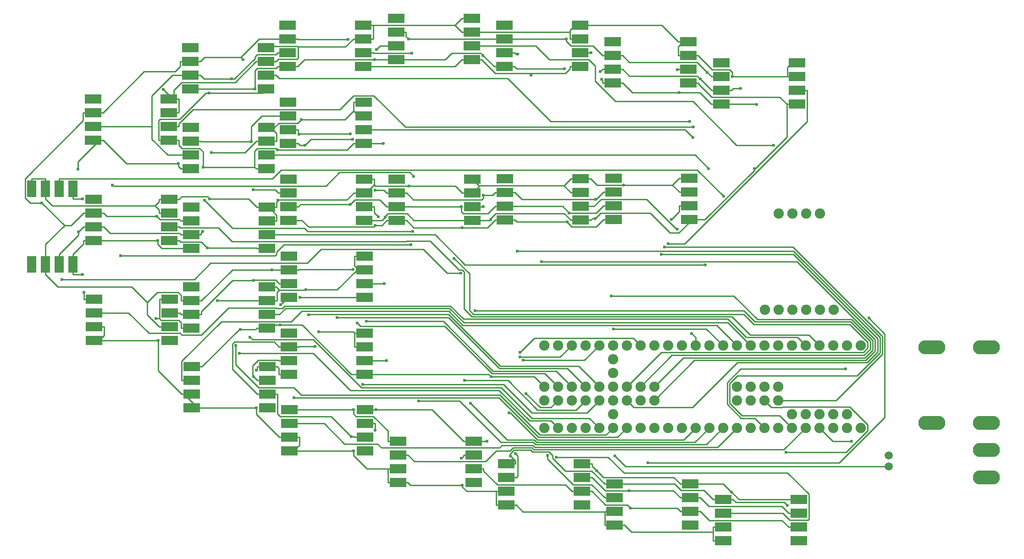
<source format=gbr>
G04 #@! TF.FileFunction,Copper,L1,Top,Signal*
%FSLAX46Y46*%
G04 Gerber Fmt 4.6, Leading zero omitted, Abs format (unit mm)*
G04 Created by KiCad (PCBNEW 4.0.7-e2-6376~58~ubuntu16.04.1) date Mon Jul  1 13:34:01 2019*
%MOMM*%
%LPD*%
G01*
G04 APERTURE LIST*
%ADD10C,0.100000*%
%ADD11C,1.905000*%
%ADD12C,1.500000*%
%ADD13O,5.000000X2.600000*%
%ADD14R,3.048000X1.778000*%
%ADD15R,1.778000X3.048000*%
%ADD16C,0.600000*%
%ADD17C,0.250000*%
G04 APERTURE END LIST*
D10*
D11*
X183150000Y-97030000D03*
X185690000Y-97030000D03*
X188230000Y-97030000D03*
X190770000Y-97030000D03*
X193310000Y-97030000D03*
X195850000Y-97030000D03*
X193310000Y-79250000D03*
X190770000Y-79250000D03*
X188230000Y-79250000D03*
X185690000Y-79250000D03*
D12*
X206000000Y-124000000D03*
X206000000Y-126000000D03*
D11*
X200810000Y-103630000D03*
X198270000Y-103630000D03*
X195730000Y-103630000D03*
X193190000Y-103630000D03*
X190650000Y-103630000D03*
X188110000Y-103630000D03*
X185570000Y-103630000D03*
X183030000Y-103630000D03*
X180490000Y-103630000D03*
X177950000Y-103630000D03*
X175410000Y-103630000D03*
X172870000Y-103630000D03*
X170330000Y-103630000D03*
X167790000Y-103630000D03*
X165250000Y-103630000D03*
X162710000Y-103630000D03*
X160170000Y-103630000D03*
X157630000Y-103630000D03*
X155090000Y-103630000D03*
X152550000Y-103630000D03*
X150010000Y-103630000D03*
X147470000Y-103630000D03*
X144930000Y-103630000D03*
X142390000Y-103630000D03*
X142390000Y-118870000D03*
X144930000Y-118870000D03*
X147470000Y-118870000D03*
X150010000Y-118870000D03*
X152550000Y-118870000D03*
X155090000Y-118870000D03*
X157630000Y-118870000D03*
X160170000Y-118870000D03*
X162710000Y-118870000D03*
X165250000Y-118870000D03*
X167790000Y-118870000D03*
X170330000Y-118870000D03*
X172870000Y-118870000D03*
X175410000Y-118870000D03*
X177950000Y-118870000D03*
X180490000Y-118870000D03*
X183030000Y-118870000D03*
X185570000Y-118870000D03*
X188110000Y-118870000D03*
X190650000Y-118870000D03*
X193190000Y-118870000D03*
X195730000Y-118870000D03*
X198270000Y-118870000D03*
X200810000Y-118870000D03*
X198270000Y-116330000D03*
X195730000Y-116330000D03*
X193190000Y-116330000D03*
X190650000Y-116330000D03*
X188110000Y-116330000D03*
X155090000Y-106170000D03*
X155090000Y-108710000D03*
X155090000Y-111250000D03*
X155090000Y-113790000D03*
X155090000Y-116330000D03*
X185570000Y-113790000D03*
X185570000Y-111250000D03*
X183030000Y-113790000D03*
X183030000Y-111250000D03*
X180490000Y-113790000D03*
X180490000Y-111250000D03*
X177950000Y-113790000D03*
X177950000Y-111250000D03*
X157630000Y-113790000D03*
X157630000Y-111250000D03*
X160170000Y-113790000D03*
X160170000Y-111250000D03*
X162710000Y-113790000D03*
X162710000Y-111250000D03*
X152550000Y-111250000D03*
X152550000Y-113790000D03*
X150010000Y-111250000D03*
X150010000Y-113790000D03*
X147470000Y-111250000D03*
X147470000Y-113790000D03*
X144930000Y-111250000D03*
X144930000Y-113790000D03*
X142390000Y-111250000D03*
X142390000Y-113790000D03*
D13*
X214000000Y-104000000D03*
X214000000Y-118000000D03*
X224000000Y-104000000D03*
X224000000Y-118000000D03*
X224000000Y-128000000D03*
X224000000Y-123000000D03*
D14*
X189389000Y-139761000D03*
X189389000Y-137221000D03*
X189389000Y-134681000D03*
X189389000Y-132141000D03*
X175419000Y-132141000D03*
X175419000Y-134681000D03*
X175419000Y-137221000D03*
X175419000Y-139761000D03*
X175080000Y-51450600D03*
X175080000Y-53990600D03*
X175080000Y-56530600D03*
X175080000Y-59070600D03*
X189050000Y-59070600D03*
X189050000Y-56530600D03*
X189050000Y-53990600D03*
X189050000Y-51450600D03*
X169377000Y-136855000D03*
X169377000Y-134315000D03*
X169377000Y-131775000D03*
X169377000Y-129235000D03*
X155407000Y-129235000D03*
X155407000Y-131775000D03*
X155407000Y-134315000D03*
X155407000Y-136855000D03*
X155169000Y-72776400D03*
X155169000Y-75316400D03*
X155169000Y-77856400D03*
X155169000Y-80396400D03*
X169139000Y-80396400D03*
X169139000Y-77856400D03*
X169139000Y-75316400D03*
X169139000Y-72776400D03*
X155063000Y-47544000D03*
X155063000Y-50084000D03*
X155063000Y-52624000D03*
X155063000Y-55164000D03*
X169033000Y-55164000D03*
X169033000Y-52624000D03*
X169033000Y-50084000D03*
X169033000Y-47544000D03*
X149361000Y-133135000D03*
X149361000Y-130595000D03*
X149361000Y-128055000D03*
X149361000Y-125515000D03*
X135391000Y-125515000D03*
X135391000Y-128055000D03*
X135391000Y-130595000D03*
X135391000Y-133135000D03*
X135170000Y-72860600D03*
X135170000Y-75400600D03*
X135170000Y-77940600D03*
X135170000Y-80480600D03*
X149140000Y-80480600D03*
X149140000Y-77940600D03*
X149140000Y-75400600D03*
X149140000Y-72860600D03*
X135050000Y-44489600D03*
X135050000Y-47029600D03*
X135050000Y-49569600D03*
X135050000Y-52109600D03*
X149020000Y-52109600D03*
X149020000Y-49569600D03*
X149020000Y-47029600D03*
X149020000Y-44489600D03*
X129343000Y-128956000D03*
X129343000Y-126416000D03*
X129343000Y-123876000D03*
X129343000Y-121336000D03*
X115373000Y-121336000D03*
X115373000Y-123876000D03*
X115373000Y-126416000D03*
X115373000Y-128956000D03*
X115170000Y-72944700D03*
X115170000Y-75484700D03*
X115170000Y-78024700D03*
X115170000Y-80564700D03*
X129140000Y-80564700D03*
X129140000Y-78024700D03*
X129140000Y-75484700D03*
X129140000Y-72944700D03*
X115045000Y-43189500D03*
X115045000Y-45729500D03*
X115045000Y-48269500D03*
X115045000Y-50809500D03*
X129015000Y-50809500D03*
X129015000Y-48269500D03*
X129015000Y-45729500D03*
X129015000Y-43189500D03*
X109319000Y-123161000D03*
X109319000Y-120621000D03*
X109319000Y-118081000D03*
X109319000Y-115541000D03*
X95349000Y-115541000D03*
X95349000Y-118081000D03*
X95349000Y-120621000D03*
X95349000Y-123161000D03*
X95289000Y-101329000D03*
X95289000Y-103869000D03*
X95289000Y-106409000D03*
X95289000Y-108949000D03*
X109259000Y-108949000D03*
X109259000Y-106409000D03*
X109259000Y-103869000D03*
X109259000Y-101329000D03*
X95229000Y-87117000D03*
X95229000Y-89657000D03*
X95229000Y-92197000D03*
X95229000Y-94737000D03*
X109199000Y-94737000D03*
X109199000Y-92197000D03*
X109199000Y-89657000D03*
X109199000Y-87117000D03*
X95169000Y-72905900D03*
X95169000Y-75445900D03*
X95169000Y-77985900D03*
X95169000Y-80525900D03*
X109139000Y-80525900D03*
X109139000Y-77985900D03*
X109139000Y-75445900D03*
X109139000Y-72905900D03*
X95110000Y-58694000D03*
X95110000Y-61234000D03*
X95110000Y-63774000D03*
X95110000Y-66314000D03*
X109080000Y-66314000D03*
X109080000Y-63774000D03*
X109080000Y-61234000D03*
X109080000Y-58694000D03*
X95050000Y-44482100D03*
X95050000Y-47022100D03*
X95050000Y-49562100D03*
X95050000Y-52102100D03*
X109020000Y-52102100D03*
X109020000Y-49562100D03*
X109020000Y-47022100D03*
X109020000Y-44482100D03*
X91285200Y-115204000D03*
X91285200Y-112664000D03*
X91285200Y-110124000D03*
X91285200Y-107584000D03*
X77315200Y-107584000D03*
X77315200Y-110124000D03*
X77315200Y-112664000D03*
X77315200Y-115204000D03*
X77253200Y-92851700D03*
X77253200Y-95391700D03*
X77253200Y-97931700D03*
X77253200Y-100471700D03*
X91223200Y-100471700D03*
X91223200Y-97931700D03*
X91223200Y-95391700D03*
X91223200Y-92851700D03*
X77191200Y-78117300D03*
X77191200Y-80657300D03*
X77191200Y-83197300D03*
X77191200Y-85737300D03*
X91161200Y-85737300D03*
X91161200Y-83197300D03*
X91161200Y-80657300D03*
X91161200Y-78117300D03*
X77129200Y-63384900D03*
X77129200Y-65924900D03*
X77129200Y-68464900D03*
X77129200Y-71004900D03*
X91099200Y-71004900D03*
X91099200Y-68464900D03*
X91099200Y-65924900D03*
X91099200Y-63384900D03*
X77067200Y-48652600D03*
X77067200Y-51192600D03*
X77067200Y-53732600D03*
X77067200Y-56272600D03*
X91037200Y-56272600D03*
X91037200Y-53732600D03*
X91037200Y-51192600D03*
X91037200Y-48652600D03*
X73232500Y-102735500D03*
X73232500Y-100195500D03*
X73232500Y-97655500D03*
X73232500Y-95115500D03*
X59262500Y-95115500D03*
X59262500Y-97655500D03*
X59262500Y-100195500D03*
X59262500Y-102735500D03*
X59184700Y-76605700D03*
X59184700Y-79145700D03*
X59184700Y-81685700D03*
X59184700Y-84225700D03*
X73154700Y-84225700D03*
X73154700Y-81685700D03*
X73154700Y-79145700D03*
X73154700Y-76605700D03*
X59106800Y-58095000D03*
X59106800Y-60635000D03*
X59106800Y-63175000D03*
X59106800Y-65715000D03*
X73076800Y-65715000D03*
X73076800Y-63175000D03*
X73076800Y-60635000D03*
X73076800Y-58095000D03*
D15*
X47764800Y-88647400D03*
X50304800Y-88647400D03*
X52844800Y-88647400D03*
X55384800Y-88647400D03*
X55384800Y-74677400D03*
X52844800Y-74677400D03*
X50304800Y-74677400D03*
X47764800Y-74677400D03*
D16*
X112721900Y-66355800D03*
X57413200Y-93844100D03*
X79412400Y-70684000D03*
X57126100Y-76593500D03*
X107207100Y-115541000D03*
X80169100Y-85641700D03*
X187312900Y-133184600D03*
X181177600Y-70992700D03*
X93151400Y-67485800D03*
X139988400Y-53688700D03*
X151800900Y-80197600D03*
X80566600Y-56985000D03*
X113071500Y-79929700D03*
X86325000Y-100667100D03*
X93638100Y-99864500D03*
X97288400Y-94804200D03*
X136131000Y-124100100D03*
X132523100Y-80393000D03*
X132636000Y-109454000D03*
X139077500Y-112575600D03*
X155441700Y-124034000D03*
X131175200Y-75887500D03*
X151867600Y-76614900D03*
X172494700Y-53175700D03*
X158347100Y-133734700D03*
X70881200Y-79793300D03*
X117343600Y-47022100D03*
X49668100Y-77291700D03*
X146500600Y-47029600D03*
X111170100Y-74962200D03*
X106158400Y-47103400D03*
X88620800Y-74885100D03*
X86785000Y-50833600D03*
X107090500Y-89568600D03*
X106791800Y-120486700D03*
X92115700Y-89657000D03*
X100090600Y-103815300D03*
X88317100Y-65957700D03*
X111200400Y-119334500D03*
X178680100Y-56163200D03*
X137540200Y-49845500D03*
X146997000Y-79155000D03*
X158079400Y-130498000D03*
X56361000Y-82643000D03*
X111424900Y-48996300D03*
X127134300Y-124483100D03*
X171199500Y-54396500D03*
X152780500Y-52986300D03*
X84686400Y-54412600D03*
X97148100Y-64644300D03*
X127067300Y-78024700D03*
X79362700Y-82614900D03*
X88716000Y-109404000D03*
X106568200Y-64549900D03*
X106618400Y-77608600D03*
X88702700Y-91662000D03*
X176966400Y-130737800D03*
X98230000Y-66649400D03*
X74825700Y-70082000D03*
X111067700Y-50829500D03*
X131052000Y-50026700D03*
X57171000Y-90496700D03*
X107029600Y-65516400D03*
X88966000Y-56272600D03*
X71013300Y-84225700D03*
X127290700Y-81868500D03*
X146671000Y-80769900D03*
X153016200Y-54454000D03*
X167330100Y-56952500D03*
X146181900Y-52540500D03*
X169623500Y-101421500D03*
X181656200Y-59160500D03*
X131833200Y-121336000D03*
X111193600Y-81437300D03*
X70696300Y-98691900D03*
X152105900Y-126785000D03*
X56322000Y-71082000D03*
X89231800Y-108252600D03*
X111355800Y-115541000D03*
X93741600Y-96128000D03*
X175536100Y-76071300D03*
X93192900Y-76836400D03*
X177141600Y-53990600D03*
X107239200Y-123161000D03*
X117435900Y-74214700D03*
X127299300Y-129441000D03*
X157079200Y-73990700D03*
X72064400Y-56347000D03*
X98414300Y-93352000D03*
X82081700Y-95391700D03*
X97537300Y-61922000D03*
X71150500Y-102736900D03*
X80984800Y-68046400D03*
X89209600Y-115204000D03*
X80655300Y-76588200D03*
X100724800Y-101091600D03*
X169924800Y-63308300D03*
X169249700Y-62230800D03*
X172729400Y-70947000D03*
X172158300Y-88762400D03*
X117970000Y-49595100D03*
X155201200Y-100570900D03*
X169878700Y-65258000D03*
X111773000Y-79884200D03*
X135937400Y-116072500D03*
X112899400Y-92197000D03*
X128790000Y-114333200D03*
X113301100Y-106409000D03*
X119239700Y-113892100D03*
X184780300Y-66639700D03*
X131167300Y-78024700D03*
X137422300Y-86204100D03*
X151046600Y-49569600D03*
X199181300Y-121381600D03*
X166997900Y-82169300D03*
X137113100Y-123663100D03*
X137924300Y-104961900D03*
X167004300Y-52693700D03*
X165898100Y-80350200D03*
X143030200Y-123939500D03*
X138515500Y-106387000D03*
X165271400Y-84818900D03*
X144661900Y-124272100D03*
X137957200Y-105813300D03*
X53354300Y-91435100D03*
X126975900Y-90282200D03*
X62705100Y-74005900D03*
X118296900Y-72378100D03*
X64196200Y-87075700D03*
X117758800Y-84994400D03*
X86082500Y-105083400D03*
X79701400Y-76800700D03*
X118103400Y-82532900D03*
X88093500Y-102093800D03*
X85437500Y-103640000D03*
X96161900Y-113266700D03*
X107855800Y-99480900D03*
X109581100Y-99183900D03*
X104130700Y-98525500D03*
X98886500Y-97941700D03*
X108911200Y-110822800D03*
X127691200Y-110114500D03*
X125725400Y-87568900D03*
X129598600Y-97243600D03*
X154808900Y-94475800D03*
X141878800Y-88124200D03*
X161521900Y-125339700D03*
X202345600Y-98590200D03*
X164051000Y-86829400D03*
X164575900Y-85472700D03*
X187056200Y-123372300D03*
X198052300Y-107961400D03*
D17*
X109080000Y-66314000D02*
X110929300Y-66314000D01*
X59262500Y-95115500D02*
X57413200Y-95115500D01*
X57413200Y-95115500D02*
X57413200Y-93844100D01*
X73076800Y-65715000D02*
X74926100Y-65715000D01*
X109080000Y-66314000D02*
X107230700Y-66314000D01*
X55384800Y-74677400D02*
X55384800Y-76526700D01*
X57059300Y-76526700D02*
X57126100Y-76593500D01*
X55384800Y-76526700D02*
X57059300Y-76526700D01*
X73154700Y-84225700D02*
X75004000Y-84225700D01*
X91161200Y-85737300D02*
X89311900Y-85737300D01*
X74926100Y-66625700D02*
X74926100Y-65715000D01*
X75513500Y-67213100D02*
X74926100Y-66625700D01*
X78759400Y-67213100D02*
X75513500Y-67213100D01*
X79412400Y-67866100D02*
X78759400Y-67213100D01*
X79412400Y-70684000D02*
X79412400Y-67866100D01*
X91099200Y-71004900D02*
X89249900Y-71004900D01*
X79412400Y-70684000D02*
X88929000Y-70684000D01*
X88929000Y-70684000D02*
X89249900Y-71004900D01*
X115373000Y-121336000D02*
X113523700Y-121336000D01*
X89216300Y-85641700D02*
X80169100Y-85641700D01*
X89311900Y-85737300D02*
X89216300Y-85641700D01*
X79050300Y-84522900D02*
X80169100Y-85641700D01*
X75301200Y-84522900D02*
X79050300Y-84522900D01*
X75004000Y-84225700D02*
X75301200Y-84522900D01*
X109139000Y-80525900D02*
X110988300Y-80525900D01*
X110971100Y-66355800D02*
X112721900Y-66355800D01*
X110929300Y-66314000D02*
X110971100Y-66355800D01*
X77315200Y-107584000D02*
X79164500Y-107584000D01*
X95349000Y-115541000D02*
X97198300Y-115541000D01*
X107207100Y-116307100D02*
X107207100Y-115541000D01*
X107655400Y-116755400D02*
X107207100Y-116307100D01*
X110878600Y-116755400D02*
X107655400Y-116755400D01*
X113523700Y-119400500D02*
X110878600Y-116755400D01*
X113523700Y-121336000D02*
X113523700Y-119400500D01*
X107207100Y-115541000D02*
X97198300Y-115541000D01*
X186719700Y-132591400D02*
X187312900Y-133184600D01*
X177718700Y-132591400D02*
X186719700Y-132591400D01*
X177268300Y-132141000D02*
X177718700Y-132591400D01*
X175419000Y-132141000D02*
X177268300Y-132141000D01*
X175419000Y-132141000D02*
X173569700Y-132141000D01*
X171878100Y-130449400D02*
X173569700Y-132141000D01*
X167694600Y-130449400D02*
X171878100Y-130449400D01*
X166480200Y-129235000D02*
X167694600Y-130449400D01*
X157256300Y-129235000D02*
X166480200Y-129235000D01*
X169139000Y-80396400D02*
X170988300Y-80396400D01*
X73076800Y-65715000D02*
X71227500Y-65715000D01*
X92916100Y-67250500D02*
X93151400Y-67485800D01*
X89438700Y-67250500D02*
X92916100Y-67250500D01*
X88929000Y-67760200D02*
X89438700Y-67250500D01*
X88929000Y-70684000D02*
X88929000Y-67760200D01*
X93207700Y-67542100D02*
X93151400Y-67485800D01*
X106002600Y-67542100D02*
X93207700Y-67542100D01*
X107230700Y-66314000D02*
X106002600Y-67542100D01*
X129015000Y-50809500D02*
X130864300Y-50809500D01*
X149020000Y-52109600D02*
X147170700Y-52109600D01*
X139988400Y-53688700D02*
X139988400Y-53323900D01*
X133378700Y-53323900D02*
X139988400Y-53323900D01*
X130864300Y-50809500D02*
X133378700Y-53323900D01*
X147170700Y-52489200D02*
X147170700Y-52109600D01*
X146336000Y-53323900D02*
X147170700Y-52489200D01*
X139988400Y-53323900D02*
X146336000Y-53323900D01*
X151272300Y-80197600D02*
X151800900Y-80197600D01*
X150989300Y-80480600D02*
X151272300Y-80197600D01*
X169139000Y-80928900D02*
X169139000Y-80396400D01*
X167230400Y-82837500D02*
X169139000Y-80928900D01*
X165628400Y-82837500D02*
X167230400Y-82837500D01*
X161972900Y-79182000D02*
X165628400Y-82837500D01*
X152816500Y-79182000D02*
X161972900Y-79182000D01*
X151800900Y-80197600D02*
X152816500Y-79182000D01*
X189050000Y-59070600D02*
X187200700Y-59070600D01*
X181177600Y-71314200D02*
X181177600Y-70992700D01*
X172095400Y-80396400D02*
X181177600Y-71314200D01*
X170988300Y-80396400D02*
X172095400Y-80396400D01*
X187200700Y-65130300D02*
X187200700Y-59070600D01*
X181338300Y-70992700D02*
X187200700Y-65130300D01*
X181177600Y-70992700D02*
X181338300Y-70992700D01*
X185875000Y-57744900D02*
X187200700Y-59070600D01*
X173348000Y-57744900D02*
X185875000Y-57744900D01*
X170882300Y-55279200D02*
X173348000Y-57744900D01*
X170882300Y-55164000D02*
X170882300Y-55279200D01*
X169033000Y-55164000D02*
X170882300Y-55164000D01*
X71227500Y-62088800D02*
X71227500Y-65715000D01*
X71466900Y-61849400D02*
X71227500Y-62088800D01*
X75112500Y-61849400D02*
X71466900Y-61849400D01*
X79976900Y-56985000D02*
X75112500Y-61849400D01*
X80566600Y-56985000D02*
X79976900Y-56985000D01*
X90324800Y-56985000D02*
X80566600Y-56985000D01*
X91037200Y-56272600D02*
X90324800Y-56985000D01*
X129015000Y-50809500D02*
X127165700Y-50809500D01*
X125873100Y-52102100D02*
X127165700Y-50809500D01*
X109020000Y-52102100D02*
X125873100Y-52102100D01*
X113071500Y-79929700D02*
X113051700Y-79909900D01*
X150064700Y-80480600D02*
X150989300Y-80480600D01*
X86081400Y-100667100D02*
X86325000Y-100667100D01*
X79164500Y-107584000D02*
X86081400Y-100667100D01*
X89178500Y-100667100D02*
X89373900Y-100471700D01*
X86325000Y-100667100D02*
X89178500Y-100667100D01*
X91223200Y-100471700D02*
X89373900Y-100471700D01*
X91223200Y-100471700D02*
X92147900Y-100471700D01*
X92755100Y-99864500D02*
X93638100Y-99864500D01*
X92147900Y-100471700D02*
X92755100Y-99864500D01*
X97355600Y-94737000D02*
X97288400Y-94804200D01*
X109199000Y-94737000D02*
X97355600Y-94737000D01*
X112435700Y-80525900D02*
X113051700Y-79909900D01*
X110988300Y-80525900D02*
X112435700Y-80525900D01*
X109259000Y-108949000D02*
X111108300Y-108949000D01*
X135391000Y-125515000D02*
X137053700Y-125515000D01*
X137053700Y-125022800D02*
X137053700Y-125515000D01*
X136131000Y-124100100D02*
X137053700Y-125022800D01*
X156331700Y-129235000D02*
X157256300Y-129235000D01*
X156331700Y-129235000D02*
X155407000Y-129235000D01*
X155407000Y-129235000D02*
X153557700Y-129235000D01*
X118328000Y-80564700D02*
X129140000Y-80564700D01*
X117067400Y-79304100D02*
X118328000Y-80564700D01*
X113556700Y-79304100D02*
X117067400Y-79304100D01*
X113051700Y-79809100D02*
X113556700Y-79304100D01*
X113051700Y-79909900D02*
X113051700Y-79809100D01*
X132351400Y-80564700D02*
X132523100Y-80393000D01*
X129140000Y-80564700D02*
X132351400Y-80564700D01*
X150064700Y-80480600D02*
X149140000Y-80480600D01*
X132523100Y-80196800D02*
X132523100Y-80393000D01*
X133453700Y-79266200D02*
X132523100Y-80196800D01*
X146076300Y-79266200D02*
X133453700Y-79266200D01*
X147290700Y-80480600D02*
X146076300Y-79266200D01*
X149140000Y-80480600D02*
X147290700Y-80480600D01*
X132131000Y-108949000D02*
X132636000Y-109454000D01*
X111108300Y-108949000D02*
X132131000Y-108949000D01*
X97701800Y-99864500D02*
X93638100Y-99864500D01*
X106786300Y-108949000D02*
X97701800Y-99864500D01*
X109259000Y-108949000D02*
X106786300Y-108949000D01*
X151163300Y-126840600D02*
X153557700Y-129235000D01*
X146345800Y-126840600D02*
X151163300Y-126840600D01*
X143963200Y-124458000D02*
X146345800Y-126840600D01*
X143963200Y-123973900D02*
X143963200Y-124458000D01*
X143303400Y-123314100D02*
X143963200Y-123973900D01*
X140242100Y-123314100D02*
X143303400Y-123314100D01*
X139910700Y-122982700D02*
X140242100Y-123314100D01*
X136820400Y-122982700D02*
X139910700Y-122982700D01*
X136131000Y-123672100D02*
X136820400Y-122982700D01*
X136131000Y-124100100D02*
X136131000Y-123672100D01*
X140594000Y-109454000D02*
X142390000Y-111250000D01*
X132636000Y-109454000D02*
X140594000Y-109454000D01*
X157407700Y-126000000D02*
X206000000Y-126000000D01*
X155441700Y-124034000D02*
X157407700Y-126000000D01*
X141620100Y-115118200D02*
X139077500Y-112575600D01*
X143601800Y-115118200D02*
X141620100Y-115118200D01*
X144930000Y-113790000D02*
X143601800Y-115118200D01*
X135170000Y-75400600D02*
X137019300Y-75400600D01*
X155169000Y-75316400D02*
X153319700Y-75316400D01*
X175080000Y-53990600D02*
X173230700Y-53990600D01*
X189389000Y-137221000D02*
X187539700Y-137221000D01*
X138233600Y-76614900D02*
X151867600Y-76614900D01*
X137019300Y-75400600D02*
X138233600Y-76614900D01*
X152021200Y-76614900D02*
X153319700Y-75316400D01*
X151867600Y-76614900D02*
X152021200Y-76614900D01*
X172889700Y-135978400D02*
X171226300Y-134315000D01*
X186297100Y-135978400D02*
X172889700Y-135978400D01*
X187539700Y-137221000D02*
X186297100Y-135978400D01*
X169377000Y-134315000D02*
X171226300Y-134315000D01*
X129343000Y-126416000D02*
X131192300Y-126416000D01*
X173230700Y-53911700D02*
X172494700Y-53175700D01*
X173230700Y-53990600D02*
X173230700Y-53911700D01*
X116094700Y-75484700D02*
X117019300Y-75484700D01*
X116094700Y-75484700D02*
X115170000Y-75484700D01*
X146297400Y-129380700D02*
X147511700Y-130595000D01*
X133755300Y-129380700D02*
X146297400Y-129380700D01*
X131192300Y-126817700D02*
X133755300Y-129380700D01*
X131192300Y-126416000D02*
X131192300Y-126817700D01*
X149361000Y-130595000D02*
X151210300Y-130595000D01*
X169377000Y-134315000D02*
X167527700Y-134315000D01*
X131175200Y-76374500D02*
X131175200Y-75887500D01*
X130850600Y-76699100D02*
X131175200Y-76374500D01*
X118233700Y-76699100D02*
X130850600Y-76699100D01*
X117019300Y-75484700D02*
X118233700Y-76699100D01*
X132833800Y-75887500D02*
X133320700Y-75400600D01*
X131175200Y-75887500D02*
X132833800Y-75887500D01*
X135170000Y-75400600D02*
X133320700Y-75400600D01*
X157713100Y-133100700D02*
X158347100Y-133734700D01*
X153716000Y-133100700D02*
X157713100Y-133100700D01*
X151210300Y-130595000D02*
X153716000Y-133100700D01*
X166947400Y-133734700D02*
X158347100Y-133734700D01*
X167527700Y-134315000D02*
X166947400Y-133734700D01*
X59184700Y-79145700D02*
X61034000Y-79145700D01*
X115045000Y-45729500D02*
X116894300Y-45729500D01*
X47469600Y-77291700D02*
X49668100Y-77291700D01*
X46550400Y-76372500D02*
X47469600Y-77291700D01*
X46550400Y-72822100D02*
X46550400Y-76372500D01*
X57257500Y-62115000D02*
X46550400Y-72822100D01*
X57257500Y-60635000D02*
X57257500Y-62115000D01*
X135050000Y-47029600D02*
X146500600Y-47029600D01*
X154138400Y-50084000D02*
X153213700Y-50084000D01*
X59184700Y-79145700D02*
X57335400Y-79145700D01*
X115170000Y-75484700D02*
X113320700Y-75484700D01*
X135050000Y-47029600D02*
X133200700Y-47029600D01*
X116894300Y-46572800D02*
X117343600Y-47022100D01*
X116894300Y-45729500D02*
X116894300Y-46572800D01*
X133193200Y-47022100D02*
X133200700Y-47029600D01*
X117343600Y-47022100D02*
X133193200Y-47022100D01*
X112798200Y-74962200D02*
X111170100Y-74962200D01*
X113320700Y-75484700D02*
X112798200Y-74962200D01*
X149361000Y-130595000D02*
X147511700Y-130595000D01*
X50304800Y-88647400D02*
X50304800Y-90496700D01*
X77253200Y-95391700D02*
X75403900Y-95391700D01*
X95050000Y-47022100D02*
X96899300Y-47022100D01*
X92758900Y-74885100D02*
X93319700Y-75445900D01*
X88620800Y-74885100D02*
X92758900Y-74885100D01*
X95169000Y-75445900D02*
X93319700Y-75445900D01*
X96980600Y-47103400D02*
X106158400Y-47103400D01*
X96899300Y-47022100D02*
X96980600Y-47103400D01*
X154138400Y-50084000D02*
X155063000Y-50084000D01*
X155063000Y-50084000D02*
X156912300Y-50084000D01*
X158126600Y-51298300D02*
X156912300Y-50084000D01*
X170617300Y-51298300D02*
X158126600Y-51298300D01*
X172494700Y-53175700D02*
X170617300Y-51298300D01*
X146500600Y-47402600D02*
X146500600Y-47029600D01*
X147341900Y-48243900D02*
X146500600Y-47402600D01*
X151373600Y-48243900D02*
X147341900Y-48243900D01*
X153213700Y-50084000D02*
X151373600Y-48243900D01*
X55037400Y-81443700D02*
X53820100Y-81443700D01*
X57335400Y-79145700D02*
X55037400Y-81443700D01*
X50304800Y-84959000D02*
X53820100Y-81443700D01*
X50304800Y-88647400D02*
X50304800Y-84959000D01*
X53820100Y-81443700D02*
X49668100Y-77291700D01*
X77067200Y-51192600D02*
X78916500Y-51192600D01*
X90360600Y-112664000D02*
X89435900Y-112664000D01*
X77191200Y-80657300D02*
X75341900Y-80657300D01*
X61681600Y-79793300D02*
X70881200Y-79793300D01*
X61034000Y-79145700D02*
X61681600Y-79793300D01*
X75044700Y-80360100D02*
X75341900Y-80657300D01*
X71448000Y-80360100D02*
X75044700Y-80360100D01*
X70881200Y-79793300D02*
X71448000Y-80360100D01*
X73232500Y-100195500D02*
X71383200Y-100195500D01*
X52611300Y-92803200D02*
X50304800Y-90496700D01*
X66188100Y-92803200D02*
X52611300Y-92803200D01*
X69096800Y-95711900D02*
X66188100Y-92803200D01*
X70933000Y-93875700D02*
X69096800Y-95711900D01*
X74875600Y-93875700D02*
X70933000Y-93875700D01*
X75403900Y-94404000D02*
X74875600Y-93875700D01*
X75403900Y-95391700D02*
X75403900Y-94404000D01*
X58182200Y-60635000D02*
X57257500Y-60635000D01*
X58182200Y-60635000D02*
X59106800Y-60635000D01*
X59106800Y-60635000D02*
X60956100Y-60635000D01*
X75217900Y-52077400D02*
X75217900Y-51192600D01*
X74253900Y-53041400D02*
X75217900Y-52077400D01*
X68549700Y-53041400D02*
X74253900Y-53041400D01*
X60956100Y-60635000D02*
X68549700Y-53041400D01*
X77067200Y-51192600D02*
X75217900Y-51192600D01*
X89759500Y-47022100D02*
X95050000Y-47022100D01*
X86366500Y-50415100D02*
X89759500Y-47022100D01*
X79694000Y-50415100D02*
X86366500Y-50415100D01*
X78916500Y-51192600D02*
X79694000Y-50415100D01*
X86366500Y-50415100D02*
X86785000Y-50833600D01*
X77253200Y-95391700D02*
X79102500Y-95391700D01*
X94304400Y-89657000D02*
X93379700Y-89657000D01*
X94304400Y-89657000D02*
X95229000Y-89657000D01*
X97166700Y-89568600D02*
X107090500Y-89568600D01*
X97078300Y-89657000D02*
X97166700Y-89568600D01*
X95229000Y-89657000D02*
X97078300Y-89657000D01*
X71304200Y-100195500D02*
X71383200Y-100195500D01*
X69096800Y-97988100D02*
X71304200Y-100195500D01*
X69096800Y-95711900D02*
X69096800Y-97988100D01*
X94364400Y-103869000D02*
X93439700Y-103869000D01*
X107335400Y-120486700D02*
X107469700Y-120621000D01*
X106791800Y-120486700D02*
X107335400Y-120486700D01*
X109319000Y-120621000D02*
X107469700Y-120621000D01*
X90360600Y-112664000D02*
X91285200Y-112664000D01*
X103060500Y-116755400D02*
X106791800Y-120486700D01*
X93636200Y-116755400D02*
X103060500Y-116755400D01*
X93134500Y-116253700D02*
X93636200Y-116755400D01*
X93134500Y-112664000D02*
X93134500Y-116253700D01*
X91285200Y-112664000D02*
X93134500Y-112664000D01*
X84837200Y-89657000D02*
X92115700Y-89657000D01*
X79102500Y-95391700D02*
X84837200Y-89657000D01*
X92115700Y-89657000D02*
X93379700Y-89657000D01*
X94364400Y-103869000D02*
X95289000Y-103869000D01*
X97192000Y-103815300D02*
X100090600Y-103815300D01*
X97138300Y-103869000D02*
X97192000Y-103815300D01*
X95289000Y-103869000D02*
X97138300Y-103869000D01*
X84812200Y-108040300D02*
X89435900Y-112664000D01*
X84812200Y-103381000D02*
X84812200Y-108040300D01*
X85178500Y-103014700D02*
X84812200Y-103381000D01*
X92585400Y-103014700D02*
X85178500Y-103014700D01*
X93439700Y-103869000D02*
X92585400Y-103014700D01*
X77129200Y-65924900D02*
X78978500Y-65924900D01*
X79011300Y-65957700D02*
X88317100Y-65957700D01*
X78978500Y-65924900D02*
X79011300Y-65957700D01*
X90298600Y-61234000D02*
X95110000Y-61234000D01*
X88317100Y-63215500D02*
X90298600Y-61234000D01*
X88317100Y-65957700D02*
X88317100Y-63215500D01*
X59184700Y-81685700D02*
X61034000Y-81685700D01*
X75127700Y-97655500D02*
X75403900Y-97931700D01*
X73232500Y-97655500D02*
X75127700Y-97655500D01*
X76266600Y-83197300D02*
X75341900Y-83197300D01*
X76441200Y-97931700D02*
X75403900Y-97931700D01*
X149361000Y-128055000D02*
X151210300Y-128055000D01*
X189389000Y-134681000D02*
X187539700Y-134681000D01*
X169377000Y-131775000D02*
X171226300Y-131775000D01*
X59106800Y-63175000D02*
X60956100Y-63175000D01*
X109319000Y-118081000D02*
X111168300Y-118081000D01*
X111168300Y-119302400D02*
X111200400Y-119334500D01*
X111168300Y-118081000D02*
X111168300Y-119302400D01*
X177296700Y-56163200D02*
X176929300Y-56530600D01*
X178680100Y-56163200D02*
X177296700Y-56163200D01*
X175080000Y-56530600D02*
X176929300Y-56530600D01*
X62248300Y-82900000D02*
X61034000Y-81685700D01*
X75044600Y-82900000D02*
X62248300Y-82900000D01*
X75341900Y-83197300D02*
X75044600Y-82900000D01*
X175080000Y-56530600D02*
X173230700Y-56530600D01*
X135050000Y-49569600D02*
X136899300Y-49569600D01*
X137175200Y-49845500D02*
X137540200Y-49845500D01*
X136899300Y-49569600D02*
X137175200Y-49845500D01*
X155169000Y-77856400D02*
X153319700Y-77856400D01*
X152021100Y-79155000D02*
X153319700Y-77856400D01*
X146997000Y-79155000D02*
X152021100Y-79155000D01*
X172842900Y-133391600D02*
X171226300Y-131775000D01*
X186250300Y-133391600D02*
X172842900Y-133391600D01*
X187539700Y-134681000D02*
X186250300Y-133391600D01*
X153653300Y-130498000D02*
X151210300Y-128055000D01*
X158079400Y-130498000D02*
X153653300Y-130498000D01*
X169377000Y-131775000D02*
X167527700Y-131775000D01*
X52844800Y-88647400D02*
X52844800Y-86798100D01*
X59184700Y-81685700D02*
X57335400Y-81685700D01*
X56378100Y-82643000D02*
X57335400Y-81685700D01*
X56361000Y-82643000D02*
X56378100Y-82643000D01*
X56361000Y-83281900D02*
X56361000Y-82643000D01*
X52844800Y-86798100D02*
X56361000Y-83281900D01*
X95169000Y-77985900D02*
X97018300Y-77985900D01*
X112151700Y-48269500D02*
X115045000Y-48269500D01*
X111424900Y-48996300D02*
X112151700Y-48269500D01*
X127493700Y-124123700D02*
X127493700Y-123876000D01*
X127134300Y-124483100D02*
X127493700Y-124123700D01*
X129343000Y-123876000D02*
X127493700Y-123876000D01*
X155063000Y-52624000D02*
X156912300Y-52624000D01*
X170641300Y-53838300D02*
X171199500Y-54396500D01*
X158126600Y-53838300D02*
X170641300Y-53838300D01*
X156912300Y-52624000D02*
X158126600Y-53838300D01*
X173230700Y-56427700D02*
X173230700Y-56530600D01*
X171199500Y-54396500D02*
X173230700Y-56427700D01*
X166250700Y-130498000D02*
X167527700Y-131775000D01*
X158079400Y-130498000D02*
X166250700Y-130498000D01*
X91285200Y-110124000D02*
X89435900Y-110124000D01*
X95289000Y-106409000D02*
X93439700Y-106409000D01*
X95050000Y-49562100D02*
X93200700Y-49562100D01*
X152851400Y-52986300D02*
X153213700Y-52624000D01*
X152780500Y-52986300D02*
X152851400Y-52986300D01*
X155063000Y-52624000D02*
X153213700Y-52624000D01*
X79596500Y-54412600D02*
X78916500Y-53732600D01*
X84686400Y-54412600D02*
X79596500Y-54412600D01*
X77067200Y-53732600D02*
X78916500Y-53732600D01*
X73767500Y-53732600D02*
X77067200Y-53732600D01*
X69974600Y-57525500D02*
X73767500Y-53732600D01*
X69974600Y-63175000D02*
X69974600Y-57525500D01*
X60956100Y-63175000D02*
X69974600Y-63175000D01*
X72893100Y-68464900D02*
X77129200Y-68464900D01*
X69974600Y-65546400D02*
X72893100Y-68464900D01*
X69974600Y-63175000D02*
X69974600Y-65546400D01*
X92895800Y-49867000D02*
X93200700Y-49562100D01*
X89462800Y-49867000D02*
X92895800Y-49867000D01*
X89012100Y-50317700D02*
X89462800Y-49867000D01*
X89012100Y-50614400D02*
X89012100Y-50317700D01*
X85213900Y-54412600D02*
X89012100Y-50614400D01*
X84686400Y-54412600D02*
X85213900Y-54412600D01*
X95110000Y-63774000D02*
X96959300Y-63774000D01*
X115170000Y-78024700D02*
X127067300Y-78024700D01*
X145782600Y-77940600D02*
X135170000Y-77940600D01*
X146997000Y-79155000D02*
X145782600Y-77940600D01*
X127067300Y-78912100D02*
X127067300Y-78024700D01*
X127394200Y-79239000D02*
X127067300Y-78912100D01*
X132022300Y-79239000D02*
X127394200Y-79239000D01*
X133320700Y-77940600D02*
X132022300Y-79239000D01*
X135170000Y-77940600D02*
X133320700Y-77940600D01*
X76266600Y-83197300D02*
X77191200Y-83197300D01*
X77191200Y-83197300D02*
X79040500Y-83197300D01*
X115170000Y-78024700D02*
X113320700Y-78024700D01*
X79040500Y-82937100D02*
X79362700Y-82614900D01*
X79040500Y-83197300D02*
X79040500Y-82937100D01*
X97148100Y-64549900D02*
X97148100Y-64644300D01*
X96959300Y-64361100D02*
X97148100Y-64549900D01*
X96959300Y-63774000D02*
X96959300Y-64361100D01*
X97148100Y-64549900D02*
X106568200Y-64549900D01*
X97395600Y-77608600D02*
X106618400Y-77608600D01*
X97018300Y-77985900D02*
X97395600Y-77608600D01*
X112067500Y-76771500D02*
X113320700Y-78024700D01*
X107455500Y-76771500D02*
X112067500Y-76771500D01*
X106618400Y-77608600D02*
X107455500Y-76771500D01*
X88716000Y-109404100D02*
X88716000Y-109404000D01*
X89435900Y-110124000D02*
X88716000Y-109404100D01*
X88605000Y-109293000D02*
X88716000Y-109404000D01*
X88605000Y-107374800D02*
X88605000Y-109293000D01*
X89610200Y-106369600D02*
X88605000Y-107374800D01*
X93400300Y-106369600D02*
X89610200Y-106369600D01*
X93439700Y-106409000D02*
X93400300Y-106369600D01*
X93379700Y-92119400D02*
X93379700Y-92197000D01*
X92837700Y-91577400D02*
X93379700Y-92119400D01*
X88787300Y-91577400D02*
X92837700Y-91577400D01*
X88702700Y-91662000D02*
X88787300Y-91577400D01*
X95229000Y-92197000D02*
X93379700Y-92197000D01*
X76441200Y-97931700D02*
X77253200Y-97931700D01*
X84868000Y-91662000D02*
X88702700Y-91662000D01*
X79102500Y-97427500D02*
X84868000Y-91662000D01*
X79102500Y-97931700D02*
X79102500Y-97427500D01*
X77253200Y-97931700D02*
X79102500Y-97931700D01*
X93439700Y-107889200D02*
X93439700Y-108949000D01*
X93134500Y-107584000D02*
X93439700Y-107889200D01*
X95289000Y-108949000D02*
X93439700Y-108949000D01*
X115170000Y-80564700D02*
X117019300Y-80564700D01*
X189389000Y-132141000D02*
X187539700Y-132141000D01*
X178369600Y-132141000D02*
X176966400Y-130737800D01*
X187539700Y-132141000D02*
X178369600Y-132141000D01*
X92097300Y-107584000D02*
X93134500Y-107584000D01*
X95110000Y-66314000D02*
X96959300Y-66314000D01*
X97294700Y-66649400D02*
X96959300Y-66314000D01*
X98230000Y-66649400D02*
X97294700Y-66649400D01*
X169377000Y-129235000D02*
X171226300Y-129235000D01*
X175463600Y-129235000D02*
X176966400Y-130737800D01*
X171226300Y-129235000D02*
X175463600Y-129235000D01*
X77129200Y-71004900D02*
X75279900Y-71004900D01*
X95974700Y-52102100D02*
X96899300Y-52102100D01*
X131117800Y-50026700D02*
X131052000Y-50026700D01*
X133200700Y-52109600D02*
X131117800Y-50026700D01*
X124126100Y-50809500D02*
X115045000Y-50809500D01*
X125340500Y-49595100D02*
X124126100Y-50809500D01*
X130686200Y-49595100D02*
X125340500Y-49595100D01*
X131052000Y-49960900D02*
X130686200Y-49595100D01*
X131052000Y-50026700D02*
X131052000Y-49960900D01*
X74825700Y-70550700D02*
X74825700Y-70082000D01*
X75279900Y-71004900D02*
X74825700Y-70550700D01*
X65323100Y-70082000D02*
X60956100Y-65715000D01*
X74825700Y-70082000D02*
X65323100Y-70082000D01*
X98171900Y-50829500D02*
X111067700Y-50829500D01*
X96899300Y-52102100D02*
X98171900Y-50829500D01*
X113175700Y-50829500D02*
X113195700Y-50809500D01*
X111067700Y-50829500D02*
X113175700Y-50829500D01*
X115045000Y-50809500D02*
X113195700Y-50809500D01*
X95974700Y-52102100D02*
X95050000Y-52102100D01*
X95050000Y-52102100D02*
X93200700Y-52102100D01*
X77067200Y-56272600D02*
X88966000Y-56272600D01*
X88966000Y-52856500D02*
X88966000Y-56272600D01*
X89415500Y-52407000D02*
X88966000Y-52856500D01*
X92895800Y-52407000D02*
X89415500Y-52407000D01*
X93200700Y-52102100D02*
X92895800Y-52407000D01*
X55384800Y-90496700D02*
X57171000Y-90496700D01*
X59184700Y-84225700D02*
X61034000Y-84225700D01*
X61034000Y-84225700D02*
X71013300Y-84225700D01*
X92097300Y-107584000D02*
X91285200Y-107584000D01*
X118323100Y-81868500D02*
X127290700Y-81868500D01*
X117019300Y-80564700D02*
X118323100Y-81868500D01*
X131932800Y-81868500D02*
X133320700Y-80480600D01*
X127290700Y-81868500D02*
X131932800Y-81868500D01*
X135170000Y-80480600D02*
X133320700Y-80480600D01*
X135170000Y-80480600D02*
X137019300Y-80480600D01*
X134125400Y-52109600D02*
X133200700Y-52109600D01*
X155169000Y-80396400D02*
X153319700Y-80396400D01*
X137308600Y-80769900D02*
X146671000Y-80769900D01*
X137019300Y-80480600D02*
X137308600Y-80769900D01*
X152021100Y-81695000D02*
X153319700Y-80396400D01*
X147480300Y-81695000D02*
X152021100Y-81695000D01*
X146671000Y-80885700D02*
X147480300Y-81695000D01*
X146671000Y-80769900D02*
X146671000Y-80885700D01*
X153213700Y-54651500D02*
X153016200Y-54454000D01*
X153213700Y-55164000D02*
X153213700Y-54651500D01*
X154138400Y-55164000D02*
X153213700Y-55164000D01*
X154138400Y-55164000D02*
X155063000Y-55164000D01*
X155063000Y-55164000D02*
X156912300Y-55164000D01*
X158700800Y-56952500D02*
X167330100Y-56952500D01*
X156912300Y-55164000D02*
X158700800Y-56952500D01*
X171112600Y-56952500D02*
X167330100Y-56952500D01*
X173230700Y-59070600D02*
X171112600Y-56952500D01*
X77253200Y-100471700D02*
X75403900Y-100471700D01*
X73232500Y-95115500D02*
X71383200Y-95115500D01*
X134125400Y-52109600D02*
X135050000Y-52109600D01*
X137330200Y-52540500D02*
X146181900Y-52540500D01*
X136899300Y-52109600D02*
X137330200Y-52540500D01*
X135050000Y-52109600D02*
X136899300Y-52109600D01*
X174155400Y-59070600D02*
X173230700Y-59070600D01*
X115170000Y-80564700D02*
X113320700Y-80564700D01*
X95169000Y-80525900D02*
X97018300Y-80525900D01*
X174155400Y-59070600D02*
X175080000Y-59070600D01*
X181566300Y-59070600D02*
X181656200Y-59160500D01*
X175080000Y-59070600D02*
X181566300Y-59070600D01*
X112448100Y-81437300D02*
X113320700Y-80564700D01*
X111193600Y-81437300D02*
X112448100Y-81437300D01*
X129343000Y-121336000D02*
X131833200Y-121336000D01*
X97655300Y-80525900D02*
X97018300Y-80525900D01*
X98869600Y-81740200D02*
X97655300Y-80525900D01*
X110890700Y-81740200D02*
X98869600Y-81740200D01*
X111193600Y-81437300D02*
X110890700Y-81740200D01*
X99363000Y-65516400D02*
X107029600Y-65516400D01*
X98230000Y-66649400D02*
X99363000Y-65516400D01*
X71672400Y-98981100D02*
X71383200Y-98691900D01*
X74949200Y-98981100D02*
X71672400Y-98981100D01*
X75403900Y-99435800D02*
X74949200Y-98981100D01*
X75403900Y-100471700D02*
X75403900Y-99435800D01*
X71383200Y-98691900D02*
X71383200Y-95115500D01*
X149361000Y-125515000D02*
X151210300Y-125515000D01*
X151210300Y-125889400D02*
X152105900Y-126785000D01*
X151210300Y-125515000D02*
X151210300Y-125889400D01*
X166313400Y-128020700D02*
X167527700Y-129235000D01*
X153341600Y-128020700D02*
X166313400Y-128020700D01*
X152105900Y-126785000D02*
X153341600Y-128020700D01*
X169377000Y-129235000D02*
X167527700Y-129235000D01*
X59106800Y-65715000D02*
X60297900Y-65715000D01*
X60297900Y-65715000D02*
X60956100Y-65715000D01*
X56322000Y-69690900D02*
X56322000Y-71082000D01*
X60297900Y-65715000D02*
X56322000Y-69690900D01*
X91285200Y-107584000D02*
X89435900Y-107584000D01*
X89435900Y-108048500D02*
X89435900Y-107584000D01*
X89231800Y-108252600D02*
X89435900Y-108048500D01*
X71769000Y-85737300D02*
X77191200Y-85737300D01*
X71013300Y-84981600D02*
X71769000Y-85737300D01*
X71013300Y-84225700D02*
X71013300Y-84981600D01*
X109319000Y-115541000D02*
X111168300Y-115541000D01*
X111168300Y-115541000D02*
X111355800Y-115541000D01*
X121698700Y-115541000D02*
X127493700Y-121336000D01*
X111355800Y-115541000D02*
X121698700Y-115541000D01*
X129343000Y-121336000D02*
X127493700Y-121336000D01*
X170330000Y-102128000D02*
X170330000Y-103630000D01*
X169623500Y-101421500D02*
X170330000Y-102128000D01*
X55384800Y-89572000D02*
X55384800Y-90496700D01*
X55384800Y-89572000D02*
X55384800Y-88647400D01*
X57335400Y-84847500D02*
X57335400Y-84225700D01*
X55384800Y-86798100D02*
X57335400Y-84847500D01*
X55384800Y-88647400D02*
X55384800Y-86798100D01*
X59184700Y-84225700D02*
X57335400Y-84225700D01*
X95132600Y-94737000D02*
X95229000Y-94737000D01*
X93741600Y-96128000D02*
X95132600Y-94737000D01*
X71383200Y-98691900D02*
X70696300Y-98691900D01*
X52844800Y-74677400D02*
X52844800Y-72828100D01*
X92188500Y-72828100D02*
X52844800Y-72828100D01*
X93827700Y-71188900D02*
X92188500Y-72828100D01*
X170653700Y-71188900D02*
X93827700Y-71188900D01*
X175536100Y-76071300D02*
X170653700Y-71188900D01*
X73076800Y-60635000D02*
X74813500Y-60635000D01*
X74926100Y-60522400D02*
X74926100Y-58095000D01*
X74813500Y-60635000D02*
X74926100Y-60522400D01*
X73154700Y-79145700D02*
X71305400Y-79145700D01*
X91037200Y-48652600D02*
X91961900Y-48652600D01*
X91037200Y-51192600D02*
X92886500Y-51192600D01*
X73076800Y-58095000D02*
X74001500Y-58095000D01*
X74001500Y-58095000D02*
X74926100Y-58095000D01*
X129140000Y-75484700D02*
X127290700Y-75484700D01*
X115373000Y-128956000D02*
X117222300Y-128956000D01*
X149020000Y-44489600D02*
X148095400Y-44489600D01*
X149020000Y-47029600D02*
X147170700Y-47029600D01*
X133541700Y-133135000D02*
X133541700Y-130595000D01*
X135391000Y-130595000D02*
X133541700Y-130595000D01*
X134951900Y-133135000D02*
X133541700Y-133135000D01*
X134951900Y-133135000D02*
X135391000Y-133135000D01*
X155407000Y-134315000D02*
X153557700Y-134315000D01*
X155329400Y-136855000D02*
X153557700Y-136855000D01*
X155329400Y-136855000D02*
X155407000Y-136855000D01*
X155407000Y-136855000D02*
X157256300Y-136855000D01*
X189050000Y-51450600D02*
X188125400Y-51450600D01*
X149020000Y-44489600D02*
X150869300Y-44489600D01*
X175419000Y-137221000D02*
X173569700Y-137221000D01*
X158495400Y-138094100D02*
X173569700Y-138094100D01*
X157256300Y-136855000D02*
X158495400Y-138094100D01*
X173569700Y-139761000D02*
X173569700Y-138094100D01*
X173569700Y-138094100D02*
X173569700Y-137221000D01*
X175419000Y-139761000D02*
X173569700Y-139761000D01*
X109020000Y-47022100D02*
X110869300Y-47022100D01*
X109020000Y-44482100D02*
X110869300Y-44482100D01*
X110869300Y-47022100D02*
X110869300Y-44482100D01*
X189050000Y-53990600D02*
X187313300Y-53990600D01*
X187313300Y-53990600D02*
X177141600Y-53990600D01*
X187313300Y-52262700D02*
X187313300Y-53990600D01*
X188125400Y-51450600D02*
X187313300Y-52262700D01*
X91037200Y-51192600D02*
X89187900Y-51192600D01*
X95349000Y-123161000D02*
X96134300Y-123161000D01*
X96134300Y-123161000D02*
X96919600Y-123161000D01*
X97198300Y-122097000D02*
X97198300Y-120621000D01*
X96134300Y-123161000D02*
X97198300Y-122097000D01*
X95349000Y-120621000D02*
X97198300Y-120621000D01*
X109080000Y-61234000D02*
X108155400Y-61234000D01*
X109080000Y-58694000D02*
X107230700Y-58694000D01*
X129015000Y-45729500D02*
X127165700Y-45729500D01*
X129015000Y-45729500D02*
X130864300Y-45729500D01*
X147170700Y-45729500D02*
X130864300Y-45729500D01*
X147170700Y-45414300D02*
X147170700Y-45729500D01*
X148095400Y-44489600D02*
X147170700Y-45414300D01*
X147170700Y-45729500D02*
X147170700Y-47029600D01*
X149140000Y-72860600D02*
X147290700Y-72860600D01*
X149140000Y-72860600D02*
X150989300Y-72860600D01*
X149140000Y-75400600D02*
X147290700Y-75400600D01*
X110869300Y-44482100D02*
X125918300Y-44482100D01*
X125918300Y-44482100D02*
X127165700Y-45729500D01*
X127165700Y-43234700D02*
X127165700Y-43189500D01*
X125918300Y-44482100D02*
X127165700Y-43234700D01*
X129015000Y-43189500D02*
X127165700Y-43189500D01*
X128092600Y-130595000D02*
X133541700Y-130595000D01*
X127299300Y-129801700D02*
X128092600Y-130595000D01*
X127299300Y-129441000D02*
X127299300Y-129801700D01*
X117707300Y-129441000D02*
X127299300Y-129441000D01*
X117222300Y-128956000D02*
X117707300Y-129441000D01*
X135391000Y-133135000D02*
X137240300Y-133135000D01*
X138472900Y-134367600D02*
X137240300Y-133135000D01*
X153557700Y-134367600D02*
X138472900Y-134367600D01*
X153557700Y-136855000D02*
X153557700Y-134367600D01*
X153557700Y-134367600D02*
X153557700Y-134315000D01*
X91099200Y-63384900D02*
X91850700Y-63384900D01*
X91099200Y-65924900D02*
X92948500Y-65924900D01*
X117435900Y-74214800D02*
X117435900Y-74214700D01*
X126020800Y-74214800D02*
X117435900Y-74214800D01*
X127290700Y-75484700D02*
X126020800Y-74214800D01*
X146160400Y-73990900D02*
X146160400Y-74111600D01*
X147290700Y-72860600D02*
X146160400Y-73990900D01*
X146160400Y-74270300D02*
X147290700Y-75400600D01*
X146160400Y-74111600D02*
X146160400Y-74270300D01*
X130306900Y-74317800D02*
X129140000Y-75484700D01*
X130306900Y-74111600D02*
X130306900Y-74317800D01*
X146160400Y-74111600D02*
X130306900Y-74111600D01*
X130306900Y-74111600D02*
X129140000Y-72944700D01*
X152119400Y-73990700D02*
X157079200Y-73990700D01*
X150989300Y-72860600D02*
X152119400Y-73990700D01*
X169139000Y-72776400D02*
X167289700Y-72776400D01*
X157079200Y-73990700D02*
X166075400Y-73990700D01*
X166075400Y-73990700D02*
X167289700Y-72776400D01*
X167289700Y-75205000D02*
X167289700Y-75316400D01*
X166075400Y-73990700D02*
X167289700Y-75205000D01*
X169139000Y-75316400D02*
X167289700Y-75316400D01*
X164129300Y-44489600D02*
X167183700Y-47544000D01*
X150869300Y-44489600D02*
X164129300Y-44489600D01*
X177141600Y-53155600D02*
X177141600Y-53990600D01*
X176651000Y-52665000D02*
X177141600Y-53155600D01*
X173388900Y-52665000D02*
X176651000Y-52665000D01*
X170882300Y-50158400D02*
X173388900Y-52665000D01*
X170882300Y-50084000D02*
X170882300Y-50158400D01*
X169033000Y-50084000D02*
X170882300Y-50084000D01*
X73076800Y-57359400D02*
X72064400Y-56347000D01*
X73076800Y-58095000D02*
X73076800Y-57359400D01*
X91223200Y-92851700D02*
X93072500Y-92851700D01*
X91223200Y-95391700D02*
X89373900Y-95391700D01*
X108155400Y-61234000D02*
X107230700Y-60309300D01*
X107230700Y-60309300D02*
X107230700Y-58694000D01*
X91850800Y-63384900D02*
X92193900Y-63727900D01*
X91850700Y-63384900D02*
X91850800Y-63384900D01*
X92948500Y-64482600D02*
X92948500Y-65924900D01*
X92193900Y-63727900D02*
X92948500Y-64482600D01*
X93362200Y-62559600D02*
X92193900Y-63727900D01*
X96899700Y-62559600D02*
X93362200Y-62559600D01*
X97537300Y-61922000D02*
X96899700Y-62559600D01*
X105618000Y-61922000D02*
X97537300Y-61922000D01*
X107230700Y-60309300D02*
X105618000Y-61922000D01*
X109020000Y-47022100D02*
X107170700Y-47022100D01*
X105714400Y-48478400D02*
X107170700Y-47022100D01*
X96948000Y-48478400D02*
X105714400Y-48478400D01*
X96810000Y-48340400D02*
X96948000Y-48478400D01*
X92274100Y-48340400D02*
X96810000Y-48340400D01*
X91961900Y-48652600D02*
X92274100Y-48340400D01*
X93302600Y-50776500D02*
X92886500Y-51192600D01*
X96719600Y-50776500D02*
X93302600Y-50776500D01*
X96948000Y-50548100D02*
X96719600Y-50776500D01*
X96948000Y-48478400D02*
X96948000Y-50548100D01*
X93010500Y-77140200D02*
X93253600Y-76897100D01*
X93010500Y-78117300D02*
X93010500Y-77140200D01*
X93253600Y-76897100D02*
X93192900Y-76836400D01*
X105964100Y-76771500D02*
X107289700Y-75445900D01*
X93379200Y-76771500D02*
X105964100Y-76771500D01*
X93253600Y-76897100D02*
X93379200Y-76771500D01*
X109139000Y-75445900D02*
X107289700Y-75445900D01*
X109139000Y-72905900D02*
X110988300Y-72905900D01*
X109510800Y-75445900D02*
X109139000Y-75445900D01*
X110988300Y-73968400D02*
X109510800Y-75445900D01*
X110988300Y-72905900D02*
X110988300Y-73968400D01*
X111234600Y-74214700D02*
X117435900Y-74214700D01*
X110988300Y-73968400D02*
X111234600Y-74214700D01*
X169033000Y-47544000D02*
X168108400Y-47544000D01*
X168108400Y-47544000D02*
X167183700Y-47544000D01*
X167183700Y-48468700D02*
X167183700Y-50084000D01*
X168108400Y-47544000D02*
X167183700Y-48468700D01*
X169033000Y-50084000D02*
X167183700Y-50084000D01*
X109199000Y-87117000D02*
X107349700Y-87117000D01*
X96919600Y-123161000D02*
X107239200Y-123161000D01*
X115373000Y-126416000D02*
X113523700Y-126416000D01*
X113523700Y-126416000D02*
X113523700Y-128956000D01*
X109638900Y-126416000D02*
X113523700Y-126416000D01*
X107239200Y-124016300D02*
X109638900Y-126416000D01*
X107239200Y-123161000D02*
X107239200Y-124016300D01*
X115373000Y-128956000D02*
X113523700Y-128956000D01*
X91099200Y-65924900D02*
X89249900Y-65924900D01*
X85342600Y-55037900D02*
X89187900Y-51192600D01*
X75418300Y-55037900D02*
X85342600Y-55037900D01*
X74001500Y-56454700D02*
X75418300Y-55037900D01*
X74001500Y-58095000D02*
X74001500Y-56454700D01*
X91161200Y-78117300D02*
X91501400Y-78117300D01*
X91501400Y-78117300D02*
X93010500Y-78117300D01*
X93010500Y-79626400D02*
X93010500Y-80657300D01*
X91501400Y-78117300D02*
X93010500Y-79626400D01*
X91161200Y-80657300D02*
X93010500Y-80657300D01*
X77315200Y-115204000D02*
X78455200Y-115204000D01*
X78455200Y-115204000D02*
X89209600Y-115204000D01*
X89209600Y-116330900D02*
X93499700Y-120621000D01*
X89209600Y-115204000D02*
X89209600Y-116330900D01*
X95349000Y-120621000D02*
X93499700Y-120621000D01*
X77315200Y-112664000D02*
X76390600Y-112664000D01*
X76390600Y-112664000D02*
X75465900Y-112664000D01*
X76390600Y-113139400D02*
X78455200Y-115204000D01*
X76390600Y-112664000D02*
X76390600Y-113139400D01*
X73154700Y-76605700D02*
X75004000Y-76605700D01*
X91161200Y-78117300D02*
X89311900Y-78117300D01*
X87782800Y-76588200D02*
X89311900Y-78117300D01*
X80655300Y-76588200D02*
X87782800Y-76588200D01*
X73154700Y-76605700D02*
X71305400Y-76605700D01*
X89373900Y-95391700D02*
X82081700Y-95391700D01*
X75434300Y-76175400D02*
X75004000Y-76605700D01*
X80242500Y-76175400D02*
X75434300Y-76175400D01*
X80655300Y-76588200D02*
X80242500Y-76175400D01*
X107715800Y-89657000D02*
X109199000Y-89657000D01*
X107349700Y-88943400D02*
X107349700Y-87117000D01*
X107715800Y-89309500D02*
X107349700Y-88943400D01*
X107715800Y-89657000D02*
X107715800Y-89309500D01*
X71150500Y-108348600D02*
X71150500Y-102736900D01*
X75465900Y-112664000D02*
X71150500Y-108348600D01*
X61113200Y-102736900D02*
X61111800Y-102735500D01*
X71150500Y-102736900D02*
X61113200Y-102736900D01*
X59262500Y-102735500D02*
X60187200Y-102735500D01*
X60187200Y-102735500D02*
X61111800Y-102735500D01*
X61111800Y-101810900D02*
X61111800Y-100195500D01*
X60187200Y-102735500D02*
X61111800Y-101810900D01*
X59262500Y-100195500D02*
X61111800Y-100195500D01*
X87128400Y-68046400D02*
X89249900Y-65924900D01*
X80984800Y-68046400D02*
X87128400Y-68046400D01*
X51598200Y-77820100D02*
X70562000Y-77820100D01*
X50304800Y-76526700D02*
X51598200Y-77820100D01*
X71305400Y-77076700D02*
X70562000Y-77820100D01*
X71305400Y-76605700D02*
X71305400Y-77076700D01*
X71305400Y-78563500D02*
X71305400Y-79145700D01*
X70562000Y-77820100D02*
X71305400Y-78563500D01*
X50304800Y-74677400D02*
X50304800Y-76526700D01*
X47764800Y-72828100D02*
X50304800Y-72828100D01*
X47764800Y-74677400D02*
X47764800Y-72828100D01*
X50304800Y-74677400D02*
X50304800Y-72828100D01*
X91223200Y-95391700D02*
X93072500Y-95391700D01*
X93072500Y-93831200D02*
X93072500Y-95391700D01*
X93492300Y-93411400D02*
X93072500Y-93831200D01*
X93072500Y-92991600D02*
X93492300Y-93411400D01*
X93072500Y-92851700D02*
X93072500Y-92991600D01*
X98354900Y-93411400D02*
X98414300Y-93352000D01*
X93492300Y-93411400D02*
X98354900Y-93411400D01*
X107715800Y-89827700D02*
X107715800Y-89657000D01*
X104191500Y-93352000D02*
X107715800Y-89827700D01*
X98414300Y-93352000D02*
X104191500Y-93352000D01*
X109259000Y-103869000D02*
X107409700Y-103869000D01*
X109259000Y-101329000D02*
X107409700Y-101329000D01*
X107409700Y-103869000D02*
X107409700Y-101329000D01*
X107172300Y-101091600D02*
X100724800Y-101091600D01*
X107409700Y-101329000D02*
X107172300Y-101091600D01*
X73076800Y-63175000D02*
X74926100Y-63175000D01*
X116758100Y-63308300D02*
X169924800Y-63308300D01*
X110929400Y-57479600D02*
X116758100Y-63308300D01*
X107230900Y-57479600D02*
X110929400Y-57479600D01*
X104690900Y-60019600D02*
X107230900Y-57479600D01*
X77579200Y-60019600D02*
X104690900Y-60019600D01*
X74926100Y-62672700D02*
X77579200Y-60019600D01*
X74926100Y-63175000D02*
X74926100Y-62672700D01*
X73154700Y-81685700D02*
X75004000Y-81685700D01*
X75190000Y-81871700D02*
X75004000Y-81685700D01*
X82209400Y-81871700D02*
X75190000Y-81871700D01*
X84755100Y-84417400D02*
X82209400Y-81871700D01*
X116936100Y-84417400D02*
X84755100Y-84417400D01*
X117017300Y-84336200D02*
X116936100Y-84417400D01*
X121336600Y-84336200D02*
X117017300Y-84336200D01*
X126657300Y-89656900D02*
X121336600Y-84336200D01*
X127235000Y-89656900D02*
X126657300Y-89656900D01*
X127601200Y-90023100D02*
X127235000Y-89656900D01*
X127601200Y-96856200D02*
X127601200Y-90023100D01*
X129064300Y-98319300D02*
X127601200Y-96856200D01*
X177061400Y-98319300D02*
X129064300Y-98319300D01*
X180433700Y-101691600D02*
X177061400Y-98319300D01*
X191251600Y-101691600D02*
X180433700Y-101691600D01*
X193190000Y-103630000D02*
X191251600Y-101691600D01*
X189162000Y-102142000D02*
X190650000Y-103630000D01*
X179638900Y-102142000D02*
X189162000Y-102142000D01*
X176266500Y-98769600D02*
X179638900Y-102142000D01*
X127538800Y-98769600D02*
X176266500Y-98769600D01*
X125107200Y-96338000D02*
X127538800Y-98769600D01*
X94483800Y-96338000D02*
X125107200Y-96338000D01*
X94049200Y-96772600D02*
X94483800Y-96338000D01*
X93008500Y-96772600D02*
X94049200Y-96772600D01*
X92932800Y-96696900D02*
X93008500Y-96772600D01*
X84091800Y-96696900D02*
X92932800Y-96696900D01*
X79102600Y-101686100D02*
X84091800Y-96696900D01*
X75455000Y-101686100D02*
X79102600Y-101686100D01*
X75178800Y-101409900D02*
X75455000Y-101686100D01*
X69418900Y-101409900D02*
X75178800Y-101409900D01*
X65664500Y-97655500D02*
X69418900Y-101409900D01*
X59262500Y-97655500D02*
X65664500Y-97655500D01*
X91037200Y-53732600D02*
X92886500Y-53732600D01*
X169249700Y-62230700D02*
X169249700Y-62230800D01*
X143599300Y-62230700D02*
X169249700Y-62230700D01*
X135682700Y-54314100D02*
X143599300Y-62230700D01*
X93468000Y-54314100D02*
X135682700Y-54314100D01*
X92886500Y-53732600D02*
X93468000Y-54314100D01*
X170247300Y-68464900D02*
X172729400Y-70947000D01*
X91099200Y-68464900D02*
X170247300Y-68464900D01*
X91161200Y-83197300D02*
X93010500Y-83197300D01*
X122238200Y-83197300D02*
X93010500Y-83197300D01*
X127803300Y-88762400D02*
X122238200Y-83197300D01*
X172158300Y-88762400D02*
X127803300Y-88762400D01*
X91223200Y-97931700D02*
X93072500Y-97931700D01*
X93527000Y-97931700D02*
X93072500Y-97931700D01*
X94670400Y-96788300D02*
X93527000Y-97931700D01*
X124920600Y-96788300D02*
X94670400Y-96788300D01*
X127577500Y-99445200D02*
X124920600Y-96788300D01*
X176305200Y-99445200D02*
X127577500Y-99445200D01*
X180490000Y-103630000D02*
X176305200Y-99445200D01*
X77315200Y-110124000D02*
X75465900Y-110124000D01*
X75465900Y-106548900D02*
X75465900Y-110124000D01*
X82775700Y-99239100D02*
X75465900Y-106548900D01*
X95659100Y-99239100D02*
X82775700Y-99239100D01*
X97597100Y-97301100D02*
X95659100Y-99239100D01*
X124796500Y-97301100D02*
X97597100Y-97301100D01*
X127390900Y-99895500D02*
X124796500Y-97301100D01*
X174215500Y-99895500D02*
X127390900Y-99895500D01*
X177950000Y-103630000D02*
X174215500Y-99895500D01*
X109020000Y-49562100D02*
X110869300Y-49562100D01*
X112293800Y-49595100D02*
X117970000Y-49595100D01*
X112234100Y-49654800D02*
X112293800Y-49595100D01*
X110962000Y-49654800D02*
X112234100Y-49654800D01*
X110869300Y-49562100D02*
X110962000Y-49654800D01*
X172350900Y-100570900D02*
X175410000Y-103630000D01*
X155201200Y-100570900D02*
X172350900Y-100570900D01*
X168394700Y-63774000D02*
X169878700Y-65258000D01*
X109080000Y-63774000D02*
X168394700Y-63774000D01*
X110988300Y-79099500D02*
X111773000Y-79884200D01*
X110988300Y-77985900D02*
X110988300Y-79099500D01*
X109139000Y-77985900D02*
X110988300Y-77985900D01*
X168137400Y-121062600D02*
X170330000Y-118870000D01*
X141175100Y-121062600D02*
X168137400Y-121062600D01*
X136185000Y-116072500D02*
X141175100Y-121062600D01*
X135937400Y-116072500D02*
X136185000Y-116072500D01*
X109199000Y-92197000D02*
X112899400Y-92197000D01*
X135522300Y-121065500D02*
X128790000Y-114333200D01*
X140541100Y-121065500D02*
X135522300Y-121065500D01*
X140988500Y-121512900D02*
X140541100Y-121065500D01*
X170227100Y-121512900D02*
X140988500Y-121512900D01*
X172870000Y-118870000D02*
X170227100Y-121512900D01*
X109259000Y-106409000D02*
X113301100Y-106409000D01*
X126758000Y-113892100D02*
X119239700Y-113892100D01*
X134393800Y-121527900D02*
X126758000Y-113892100D01*
X140366600Y-121527900D02*
X134393800Y-121527900D01*
X140801900Y-121963200D02*
X140366600Y-121527900D01*
X172316800Y-121963200D02*
X140801900Y-121963200D01*
X175410000Y-118870000D02*
X172316800Y-121963200D01*
X174406500Y-122413500D02*
X177950000Y-118870000D01*
X140615300Y-122413500D02*
X174406500Y-122413500D01*
X140283800Y-122082000D02*
X140615300Y-122413500D01*
X134607700Y-122082000D02*
X140283800Y-122082000D01*
X134139300Y-122550400D02*
X134607700Y-122082000D01*
X112346000Y-122550400D02*
X134139300Y-122550400D01*
X111631000Y-121835400D02*
X112346000Y-122550400D01*
X105505400Y-121835400D02*
X111631000Y-121835400D01*
X101751000Y-118081000D02*
X105505400Y-121835400D01*
X95349000Y-118081000D02*
X101751000Y-118081000D01*
X177928000Y-66639700D02*
X184780300Y-66639700D01*
X169843500Y-58555200D02*
X177928000Y-66639700D01*
X155554500Y-58555200D02*
X169843500Y-58555200D01*
X151823800Y-54824500D02*
X155554500Y-58555200D01*
X151823800Y-51979000D02*
X151823800Y-54824500D01*
X150628800Y-50784000D02*
X151823800Y-51979000D01*
X143341700Y-50784000D02*
X150628800Y-50784000D01*
X140827200Y-48269500D02*
X143341700Y-50784000D01*
X129015000Y-48269500D02*
X140827200Y-48269500D01*
X129140000Y-78024700D02*
X131167300Y-78024700D01*
X188429700Y-86204100D02*
X137422300Y-86204100D01*
X204384700Y-102159100D02*
X188429700Y-86204100D01*
X204384700Y-105051500D02*
X204384700Y-102159100D01*
X200178500Y-109257700D02*
X204384700Y-105051500D01*
X178037700Y-109257700D02*
X200178500Y-109257700D01*
X176622100Y-110673300D02*
X178037700Y-109257700D01*
X176622100Y-114312200D02*
X176622100Y-110673300D01*
X178900200Y-116590300D02*
X176622100Y-114312200D01*
X185830300Y-116590300D02*
X178900200Y-116590300D01*
X188110000Y-118870000D02*
X185830300Y-116590300D01*
X115373000Y-123876000D02*
X117222300Y-123876000D01*
X186656200Y-122863800D02*
X190650000Y-118870000D01*
X140428700Y-122863800D02*
X186656200Y-122863800D01*
X140097300Y-122532400D02*
X140428700Y-122863800D01*
X136633800Y-122532400D02*
X140097300Y-122532400D01*
X136050200Y-123116000D02*
X136633800Y-122532400D01*
X133551600Y-123116000D02*
X136050200Y-123116000D01*
X131550500Y-125117100D02*
X133551600Y-123116000D01*
X118463400Y-125117100D02*
X131550500Y-125117100D01*
X117222300Y-123876000D02*
X118463400Y-125117100D01*
X195701600Y-121381600D02*
X193190000Y-118870000D01*
X199181300Y-121381600D02*
X195701600Y-121381600D01*
X149020000Y-49569600D02*
X150869300Y-49569600D01*
X150869300Y-49569600D02*
X151046600Y-49569600D01*
X166832900Y-82169300D02*
X166997900Y-82169300D01*
X161305600Y-76642000D02*
X166832900Y-82169300D01*
X152895400Y-76642000D02*
X161305600Y-76642000D01*
X151596800Y-77940600D02*
X152895400Y-76642000D01*
X149140000Y-77940600D02*
X151596800Y-77940600D01*
X137504100Y-124054100D02*
X137113100Y-123663100D01*
X137504100Y-127791200D02*
X137504100Y-124054100D01*
X137240300Y-128055000D02*
X137504100Y-127791200D01*
X135391000Y-128055000D02*
X137240300Y-128055000D01*
X140575800Y-102310400D02*
X137924300Y-104961900D01*
X158850400Y-102310400D02*
X140575800Y-102310400D01*
X160170000Y-103630000D02*
X158850400Y-102310400D01*
X169033000Y-52624000D02*
X167183700Y-52624000D01*
X167114000Y-52693700D02*
X167004300Y-52693700D01*
X167183700Y-52624000D02*
X167114000Y-52693700D01*
X167289700Y-78958600D02*
X165898100Y-80350200D01*
X167289700Y-77856400D02*
X167289700Y-78958600D01*
X169139000Y-77856400D02*
X167289700Y-77856400D01*
X155407000Y-131775000D02*
X153557700Y-131775000D01*
X143030200Y-124638200D02*
X143030200Y-123939500D01*
X147772600Y-129380600D02*
X143030200Y-124638200D01*
X151163300Y-129380600D02*
X147772600Y-129380600D01*
X153557700Y-131775000D02*
X151163300Y-129380600D01*
X149793000Y-106387000D02*
X138515500Y-106387000D01*
X152550000Y-103630000D02*
X149793000Y-106387000D01*
X189050000Y-56530600D02*
X190899300Y-56530600D01*
X190899300Y-62229400D02*
X190899300Y-56530600D01*
X168309800Y-84818900D02*
X190899300Y-62229400D01*
X165271400Y-84818900D02*
X168309800Y-84818900D01*
X154229900Y-124272100D02*
X144661900Y-124272100D01*
X157127400Y-127169600D02*
X154229900Y-124272100D01*
X187290700Y-127169600D02*
X157127400Y-127169600D01*
X191238400Y-131117300D02*
X187290700Y-127169600D01*
X191238400Y-135761500D02*
X191238400Y-131117300D01*
X191075600Y-135924300D02*
X191238400Y-135761500D01*
X187710600Y-135924300D02*
X191075600Y-135924300D01*
X186467300Y-134681000D02*
X187710600Y-135924300D01*
X175419000Y-134681000D02*
X186467300Y-134681000D01*
X138008800Y-105761700D02*
X137957200Y-105813300D01*
X145338300Y-105761700D02*
X138008800Y-105761700D01*
X147470000Y-103630000D02*
X145338300Y-105761700D01*
X124450700Y-90282200D02*
X126975900Y-90282200D01*
X120071100Y-85902600D02*
X124450700Y-90282200D01*
X101186900Y-85902600D02*
X120071100Y-85902600D01*
X98646900Y-88442600D02*
X101186900Y-85902600D01*
X80812400Y-88442600D02*
X98646900Y-88442600D01*
X77819900Y-91435100D02*
X80812400Y-88442600D01*
X53354300Y-91435100D02*
X77819900Y-91435100D01*
X62852300Y-74153100D02*
X62705100Y-74005900D01*
X102079300Y-74153100D02*
X62852300Y-74153100D01*
X104577300Y-71655100D02*
X102079300Y-74153100D01*
X117573900Y-71655100D02*
X104577300Y-71655100D01*
X118296900Y-72378100D02*
X117573900Y-71655100D01*
X94369500Y-84994400D02*
X117758800Y-84994400D01*
X93010600Y-86353300D02*
X94369500Y-84994400D01*
X93010600Y-86804100D02*
X93010600Y-86353300D01*
X92739000Y-87075700D02*
X93010600Y-86804100D01*
X64196200Y-87075700D02*
X92739000Y-87075700D01*
X99778300Y-105083400D02*
X86082500Y-105083400D01*
X106610800Y-111915900D02*
X99778300Y-105083400D01*
X134067400Y-111915900D02*
X106610800Y-111915900D01*
X139683700Y-117532200D02*
X134067400Y-111915900D01*
X143592200Y-117532200D02*
X139683700Y-117532200D01*
X144930000Y-118870000D02*
X143592200Y-117532200D01*
X98707000Y-82532900D02*
X118103400Y-82532900D01*
X98139400Y-81965300D02*
X98707000Y-82532900D01*
X84866000Y-81965300D02*
X98139400Y-81965300D01*
X79701400Y-76800700D02*
X84866000Y-81965300D01*
X150761800Y-117081800D02*
X152550000Y-118870000D01*
X140095500Y-117081800D02*
X150761800Y-117081800D01*
X134479300Y-111465600D02*
X140095500Y-117081800D01*
X108666000Y-111465600D02*
X134479300Y-111465600D01*
X99743700Y-102543300D02*
X108666000Y-111465600D01*
X88543000Y-102543300D02*
X99743700Y-102543300D01*
X88093500Y-102093800D02*
X88543000Y-102543300D01*
X153798000Y-120162000D02*
X155090000Y-118870000D01*
X141548300Y-120162000D02*
X153798000Y-120162000D01*
X134202700Y-112816400D02*
X141548300Y-120162000D01*
X97544000Y-112816400D02*
X134202700Y-112816400D01*
X96177300Y-111449700D02*
X97544000Y-112816400D01*
X89685600Y-111449700D02*
X96177300Y-111449700D01*
X85437500Y-107201600D02*
X89685600Y-111449700D01*
X85437500Y-103640000D02*
X85437500Y-107201600D01*
X155887700Y-120612300D02*
X157630000Y-118870000D01*
X141361700Y-120612300D02*
X155887700Y-120612300D01*
X134016100Y-113266700D02*
X141361700Y-120612300D01*
X96161900Y-113266700D02*
X134016100Y-113266700D01*
X142508700Y-108828700D02*
X144930000Y-111250000D01*
X132763700Y-108828700D02*
X142508700Y-108828700D01*
X124019500Y-100084500D02*
X132763700Y-108828700D01*
X108459400Y-100084500D02*
X124019500Y-100084500D01*
X107855800Y-99480900D02*
X108459400Y-100084500D01*
X144583500Y-108363500D02*
X147470000Y-111250000D01*
X132935400Y-108363500D02*
X144583500Y-108363500D01*
X123755800Y-99183900D02*
X132935400Y-108363500D01*
X109581100Y-99183900D02*
X123755800Y-99183900D01*
X146673100Y-107913100D02*
X150010000Y-111250000D01*
X134134600Y-107913100D02*
X146673100Y-107913100D01*
X124747000Y-98525500D02*
X134134600Y-107913100D01*
X104130700Y-98525500D02*
X124747000Y-98525500D01*
X98928000Y-97900200D02*
X98886500Y-97941700D01*
X124758700Y-97900200D02*
X98928000Y-97900200D01*
X134321200Y-107462700D02*
X124758700Y-97900200D01*
X148762700Y-107462700D02*
X134321200Y-107462700D01*
X152550000Y-111250000D02*
X148762700Y-107462700D01*
X134903400Y-110822800D02*
X108911200Y-110822800D01*
X140145400Y-116064800D02*
X134903400Y-110822800D01*
X150275200Y-116064800D02*
X140145400Y-116064800D01*
X152550000Y-113790000D02*
X150275200Y-116064800D01*
X135712500Y-110114500D02*
X127691200Y-110114500D01*
X141166600Y-115568600D02*
X135712500Y-110114500D01*
X148231400Y-115568600D02*
X141166600Y-115568600D01*
X150010000Y-113790000D02*
X148231400Y-115568600D01*
X125783900Y-87568900D02*
X125725400Y-87568900D01*
X128594900Y-90379900D02*
X125783900Y-87568900D01*
X128594900Y-97172400D02*
X128594900Y-90379900D01*
X129291500Y-97869000D02*
X128594900Y-97172400D01*
X179235900Y-97869000D02*
X129291500Y-97869000D01*
X181108300Y-99741400D02*
X179235900Y-97869000D01*
X198782500Y-99741400D02*
X181108300Y-99741400D01*
X202133200Y-103092100D02*
X198782500Y-99741400D01*
X202133200Y-104118500D02*
X202133200Y-103092100D01*
X201343800Y-104907900D02*
X202133200Y-104118500D01*
X163972100Y-104907900D02*
X201343800Y-104907900D01*
X157630000Y-111250000D02*
X163972100Y-104907900D01*
X179247500Y-97243600D02*
X129598600Y-97243600D01*
X181295000Y-99291100D02*
X179247500Y-97243600D01*
X198969100Y-99291100D02*
X181295000Y-99291100D01*
X202583500Y-102905500D02*
X198969100Y-99291100D01*
X202583500Y-104305100D02*
X202583500Y-102905500D01*
X201437200Y-105451400D02*
X202583500Y-104305100D01*
X165968600Y-105451400D02*
X201437200Y-105451400D01*
X160170000Y-111250000D02*
X165968600Y-105451400D01*
X177389200Y-94475800D02*
X154808900Y-94475800D01*
X181754200Y-98840800D02*
X177389200Y-94475800D01*
X199155700Y-98840800D02*
X181754200Y-98840800D01*
X203033800Y-102718900D02*
X199155700Y-98840800D01*
X203033800Y-104491700D02*
X203033800Y-102718900D01*
X201623800Y-105901700D02*
X203033800Y-104491700D01*
X168058300Y-105901700D02*
X201623800Y-105901700D01*
X162710000Y-111250000D02*
X168058300Y-105901700D01*
X189076000Y-88124200D02*
X141878800Y-88124200D01*
X203484100Y-102532300D02*
X189076000Y-88124200D01*
X203484100Y-104678300D02*
X203484100Y-102532300D01*
X201810400Y-106352000D02*
X203484100Y-104678300D01*
X170148000Y-106352000D02*
X201810400Y-106352000D01*
X162710000Y-113790000D02*
X170148000Y-106352000D01*
X205285300Y-101529900D02*
X202345600Y-98590200D01*
X205285300Y-116923100D02*
X205285300Y-101529900D01*
X196868700Y-125339700D02*
X205285300Y-116923100D01*
X161521900Y-125339700D02*
X196868700Y-125339700D01*
X188418100Y-86829400D02*
X164051000Y-86829400D01*
X203934400Y-102345700D02*
X188418100Y-86829400D01*
X203934400Y-104864900D02*
X203934400Y-102345700D01*
X201997000Y-106802300D02*
X203934400Y-104864900D01*
X178045700Y-106802300D02*
X201997000Y-106802300D01*
X169780100Y-115067900D02*
X178045700Y-106802300D01*
X158907900Y-115067900D02*
X169780100Y-115067900D01*
X157630000Y-113790000D02*
X158907900Y-115067900D01*
X188335200Y-85472700D02*
X164575900Y-85472700D01*
X204835000Y-101972500D02*
X188335200Y-85472700D01*
X204835000Y-105238100D02*
X204835000Y-101972500D01*
X196283100Y-113790000D02*
X204835000Y-105238100D01*
X185570000Y-113790000D02*
X196283100Y-113790000D01*
X198130600Y-123372300D02*
X187056200Y-123372300D01*
X202091800Y-119411100D02*
X198130600Y-123372300D01*
X202091800Y-118327600D02*
X202091800Y-119411100D01*
X198768500Y-115004300D02*
X202091800Y-118327600D01*
X186483900Y-115004300D02*
X198768500Y-115004300D01*
X186420300Y-115067900D02*
X186483900Y-115004300D01*
X184307900Y-115067900D02*
X186420300Y-115067900D01*
X183030000Y-113790000D02*
X184307900Y-115067900D01*
X178697100Y-107961400D02*
X198052300Y-107961400D01*
X176171700Y-110486800D02*
X178697100Y-107961400D01*
X176171700Y-114498700D02*
X176171700Y-110486800D01*
X178761300Y-117088300D02*
X176171700Y-114498700D01*
X181248300Y-117088300D02*
X178761300Y-117088300D01*
X183030000Y-118870000D02*
X181248300Y-117088300D01*
M02*

</source>
